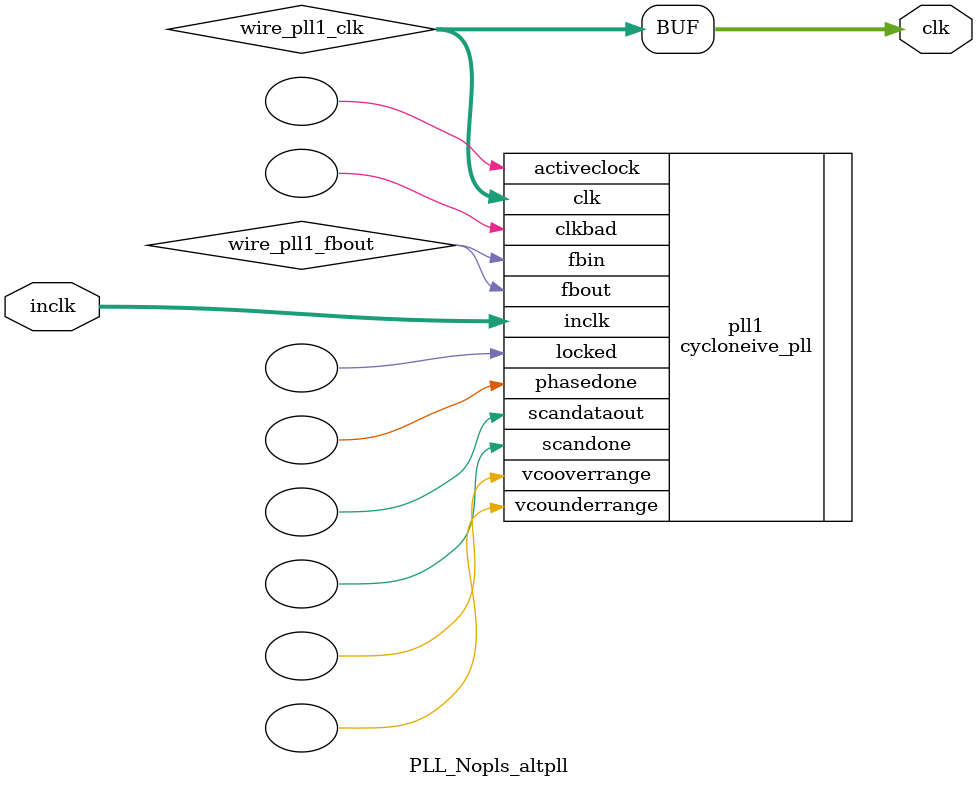
<source format=v>






//synthesis_resources = cycloneive_pll 1 
//synopsys translate_off
`timescale 1 ps / 1 ps
//synopsys translate_on
module  PLL_Nopls_altpll
	( 
	clk,
	inclk) /* synthesis synthesis_clearbox=1 */;
	output   [4:0]  clk;
	input   [1:0]  inclk;
`ifndef ALTERA_RESERVED_QIS
// synopsys translate_off
`endif
	tri0   [1:0]  inclk;
`ifndef ALTERA_RESERVED_QIS
// synopsys translate_on
`endif

	wire  [4:0]   wire_pll1_clk;
	wire  wire_pll1_fbout;

	cycloneive_pll   pll1
	( 
	.activeclock(),
	.clk(wire_pll1_clk),
	.clkbad(),
	.fbin(wire_pll1_fbout),
	.fbout(wire_pll1_fbout),
	.inclk(inclk),
	.locked(),
	.phasedone(),
	.scandataout(),
	.scandone(),
	.vcooverrange(),
	.vcounderrange()
	`ifndef FORMAL_VERIFICATION
	// synopsys translate_off
	`endif
	,
	.areset(1'b0),
	.clkswitch(1'b0),
	.configupdate(1'b0),
	.pfdena(1'b1),
	.phasecounterselect({3{1'b0}}),
	.phasestep(1'b0),
	.phaseupdown(1'b0),
	.scanclk(1'b0),
	.scanclkena(1'b1),
	.scandata(1'b0)
	`ifndef FORMAL_VERIFICATION
	// synopsys translate_on
	`endif
	);
	defparam
		pll1.bandwidth_type = "auto",
		pll1.clk0_divide_by = 25,
		pll1.clk0_duty_cycle = 50,
		pll1.clk0_multiply_by = 12,
		pll1.clk0_phase_shift = "0",
		pll1.clk1_divide_by = 2,
		pll1.clk1_duty_cycle = 50,
		pll1.clk1_multiply_by = 1,
		pll1.clk1_phase_shift = "0",
		pll1.clk2_divide_by = 1,
		pll1.clk2_duty_cycle = 50,
		pll1.clk2_multiply_by = 1,
		pll1.clk2_phase_shift = "0",
		pll1.compensate_clock = "clk0",
		pll1.inclk0_input_frequency = 20000,
		pll1.operation_mode = "normal",
		pll1.pll_type = "auto",
		pll1.lpm_type = "cycloneive_pll";
	assign
		clk = {wire_pll1_clk[4:0]};
endmodule //PLL_Nopls_altpll
//VALID FILE

</source>
